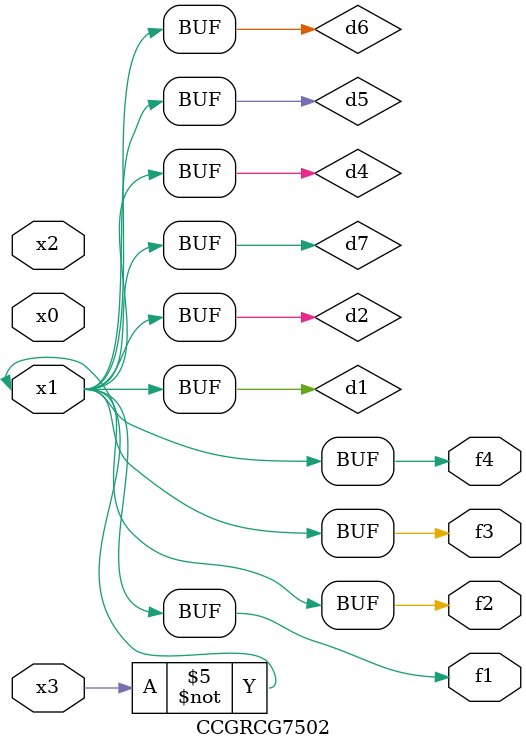
<source format=v>
module CCGRCG7502(
	input x0, x1, x2, x3,
	output f1, f2, f3, f4
);

	wire d1, d2, d3, d4, d5, d6, d7;

	not (d1, x3);
	buf (d2, x1);
	xnor (d3, d1, d2);
	nor (d4, d1);
	buf (d5, d1, d2);
	buf (d6, d4, d5);
	nand (d7, d4);
	assign f1 = d6;
	assign f2 = d7;
	assign f3 = d6;
	assign f4 = d6;
endmodule

</source>
